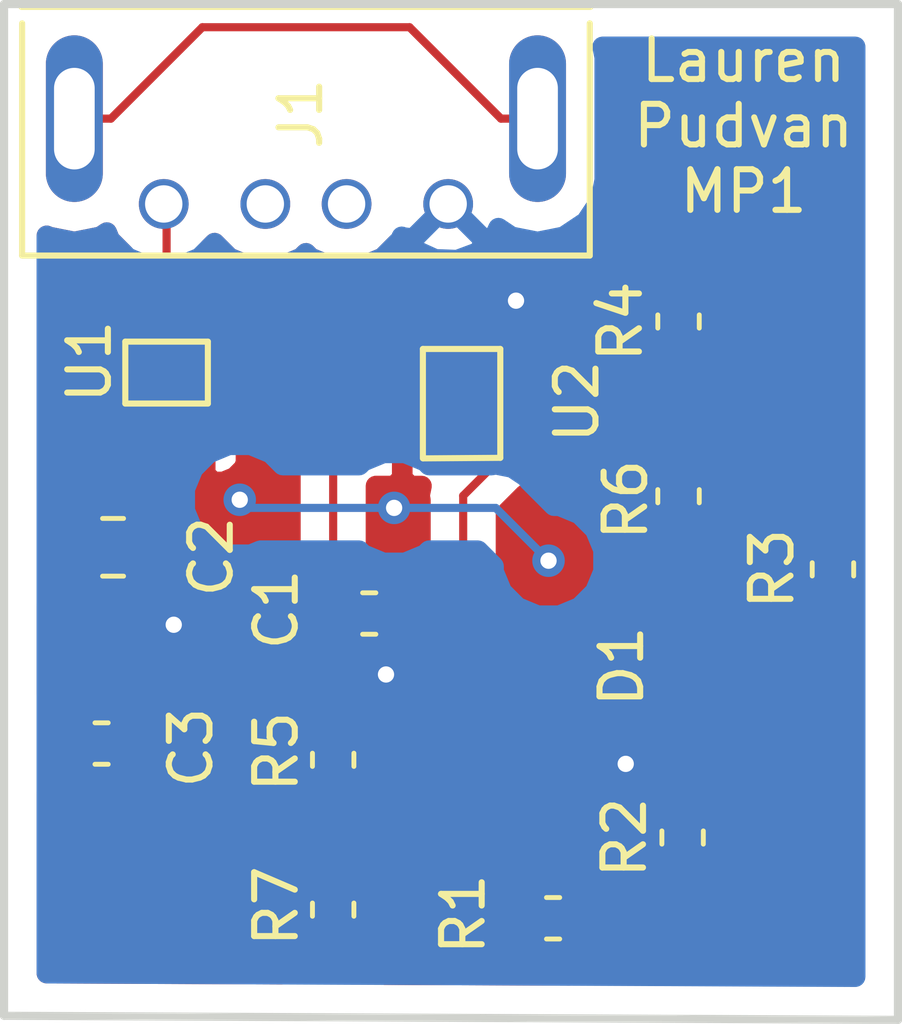
<source format=kicad_pcb>
(kicad_pcb (version 20171130) (host pcbnew "(5.0.2)-1")

  (general
    (thickness 1.6)
    (drawings 5)
    (tracks 78)
    (zones 0)
    (modules 14)
    (nets 13)
  )

  (page A4)
  (layers
    (0 F.Cu signal)
    (31 B.Cu signal)
    (32 B.Adhes user)
    (33 F.Adhes user)
    (34 B.Paste user)
    (35 F.Paste user)
    (36 B.SilkS user)
    (37 F.SilkS user)
    (38 B.Mask user)
    (39 F.Mask user)
    (40 Dwgs.User user)
    (41 Cmts.User user)
    (42 Eco1.User user)
    (43 Eco2.User user)
    (44 Edge.Cuts user)
    (45 Margin user)
    (46 B.CrtYd user)
    (47 F.CrtYd user)
    (48 B.Fab user)
    (49 F.Fab user)
  )

  (setup
    (last_trace_width 0.2)
    (trace_clearance 0.2)
    (zone_clearance 0.7)
    (zone_45_only no)
    (trace_min 0.2)
    (segment_width 0.2)
    (edge_width 0.15)
    (via_size 0.8)
    (via_drill 0.4)
    (via_min_size 0.4)
    (via_min_drill 0.3)
    (uvia_size 0.3)
    (uvia_drill 0.1)
    (uvias_allowed no)
    (uvia_min_size 0.2)
    (uvia_min_drill 0.1)
    (pcb_text_width 0.3)
    (pcb_text_size 1.5 1.5)
    (mod_edge_width 0.15)
    (mod_text_size 1 1)
    (mod_text_width 0.15)
    (pad_size 1.524 1.524)
    (pad_drill 0.762)
    (pad_to_mask_clearance 0.051)
    (solder_mask_min_width 0.25)
    (aux_axis_origin 0 0)
    (visible_elements FFFFFF7F)
    (pcbplotparams
      (layerselection 0x010fc_ffffffff)
      (usegerberextensions false)
      (usegerberattributes false)
      (usegerberadvancedattributes false)
      (creategerberjobfile false)
      (excludeedgelayer true)
      (linewidth 0.100000)
      (plotframeref false)
      (viasonmask false)
      (mode 1)
      (useauxorigin false)
      (hpglpennumber 1)
      (hpglpenspeed 20)
      (hpglpendiameter 15.000000)
      (psnegative false)
      (psa4output false)
      (plotreference true)
      (plotvalue true)
      (plotinvisibletext false)
      (padsonsilk false)
      (subtractmaskfromsilk false)
      (outputformat 1)
      (mirror false)
      (drillshape 1)
      (scaleselection 1)
      (outputdirectory ""))
  )

  (net 0 "")
  (net 1 "Net-(C1-Pad1)")
  (net 2 GND)
  (net 3 VDD)
  (net 4 "Net-(D1-Pad2)")
  (net 5 "Net-(J1-Pad1)")
  (net 6 "Net-(J1-Pad2)")
  (net 7 "Net-(J1-Pad3)")
  (net 8 "Net-(J1-Pad5)")
  (net 9 "Net-(R1-Pad2)")
  (net 10 "Net-(R3-Pad1)")
  (net 11 "Net-(R4-Pad1)")
  (net 12 "Net-(R5-Pad2)")

  (net_class Default "This is the default net class."
    (clearance 0.2)
    (trace_width 0.2)
    (via_dia 0.8)
    (via_drill 0.4)
    (uvia_dia 0.3)
    (uvia_drill 0.1)
    (add_net GND)
    (add_net "Net-(C1-Pad1)")
    (add_net "Net-(D1-Pad2)")
    (add_net "Net-(J1-Pad1)")
    (add_net "Net-(J1-Pad2)")
    (add_net "Net-(J1-Pad3)")
    (add_net "Net-(J1-Pad5)")
    (add_net "Net-(R1-Pad2)")
    (add_net "Net-(R3-Pad1)")
    (add_net "Net-(R4-Pad1)")
    (add_net "Net-(R5-Pad2)")
    (add_net VDD)
  )

  (module Capacitor_SMD:C_0603_1608Metric (layer F.Cu) (tedit 5B301BBE) (tstamp 5C6D6034)
    (at 139.1 99.0875 270)
    (descr "Capacitor SMD 0603 (1608 Metric), square (rectangular) end terminal, IPC_7351 nominal, (Body size source: http://www.tortai-tech.com/upload/download/2011102023233369053.pdf), generated with kicad-footprint-generator")
    (tags capacitor)
    (path /5C527B43)
    (attr smd)
    (fp_text reference R7 (at -0.0875 1.4 270) (layer F.SilkS)
      (effects (font (size 1 1) (thickness 0.15)))
    )
    (fp_text value 158K (at 0.2125 -1.5 270) (layer F.Fab)
      (effects (font (size 1 1) (thickness 0.15)))
    )
    (fp_text user %R (at -0.0125 -0.1 270) (layer F.Fab)
      (effects (font (size 0.4 0.4) (thickness 0.06)))
    )
    (fp_line (start 1.48 0.73) (end -1.48 0.73) (layer F.CrtYd) (width 0.05))
    (fp_line (start 1.48 -0.73) (end 1.48 0.73) (layer F.CrtYd) (width 0.05))
    (fp_line (start -1.48 -0.73) (end 1.48 -0.73) (layer F.CrtYd) (width 0.05))
    (fp_line (start -1.48 0.73) (end -1.48 -0.73) (layer F.CrtYd) (width 0.05))
    (fp_line (start -0.162779 0.51) (end 0.162779 0.51) (layer F.SilkS) (width 0.12))
    (fp_line (start -0.162779 -0.51) (end 0.162779 -0.51) (layer F.SilkS) (width 0.12))
    (fp_line (start 0.8 0.4) (end -0.8 0.4) (layer F.Fab) (width 0.1))
    (fp_line (start 0.8 -0.4) (end 0.8 0.4) (layer F.Fab) (width 0.1))
    (fp_line (start -0.8 -0.4) (end 0.8 -0.4) (layer F.Fab) (width 0.1))
    (fp_line (start -0.8 0.4) (end -0.8 -0.4) (layer F.Fab) (width 0.1))
    (pad 2 smd roundrect (at 0.7875 0 270) (size 0.875 0.95) (layers F.Cu F.Paste F.Mask) (roundrect_rratio 0.25)
      (net 11 "Net-(R4-Pad1)"))
    (pad 1 smd roundrect (at -0.7875 0 270) (size 0.875 0.95) (layers F.Cu F.Paste F.Mask) (roundrect_rratio 0.25)
      (net 12 "Net-(R5-Pad2)"))
    (model ${KISYS3DMOD}/Capacitor_SMD.3dshapes/C_0603_1608Metric.wrl
      (at (xyz 0 0 0))
      (scale (xyz 1 1 1))
      (rotate (xyz 0 0 0))
    )
  )

  (module Capacitor_SMD:C_0603_1608Metric (layer F.Cu) (tedit 5B301BBE) (tstamp 5C6D5B07)
    (at 139.9875 91.8)
    (descr "Capacitor SMD 0603 (1608 Metric), square (rectangular) end terminal, IPC_7351 nominal, (Body size source: http://www.tortai-tech.com/upload/download/2011102023233369053.pdf), generated with kicad-footprint-generator")
    (tags capacitor)
    (path /5C525A7A)
    (attr smd)
    (fp_text reference C1 (at -2.2875 -0.1 90) (layer F.SilkS)
      (effects (font (size 1 1) (thickness 0.15)))
    )
    (fp_text value 1u (at 0 1.43) (layer F.Fab)
      (effects (font (size 1 1) (thickness 0.15)))
    )
    (fp_line (start -0.8 0.4) (end -0.8 -0.4) (layer F.Fab) (width 0.1))
    (fp_line (start -0.8 -0.4) (end 0.8 -0.4) (layer F.Fab) (width 0.1))
    (fp_line (start 0.8 -0.4) (end 0.8 0.4) (layer F.Fab) (width 0.1))
    (fp_line (start 0.8 0.4) (end -0.8 0.4) (layer F.Fab) (width 0.1))
    (fp_line (start -0.162779 -0.51) (end 0.162779 -0.51) (layer F.SilkS) (width 0.12))
    (fp_line (start -0.162779 0.51) (end 0.162779 0.51) (layer F.SilkS) (width 0.12))
    (fp_line (start -1.48 0.73) (end -1.48 -0.73) (layer F.CrtYd) (width 0.05))
    (fp_line (start -1.48 -0.73) (end 1.48 -0.73) (layer F.CrtYd) (width 0.05))
    (fp_line (start 1.48 -0.73) (end 1.48 0.73) (layer F.CrtYd) (width 0.05))
    (fp_line (start 1.48 0.73) (end -1.48 0.73) (layer F.CrtYd) (width 0.05))
    (fp_text user %R (at -0.7875 1.27) (layer F.Fab)
      (effects (font (size 0.4 0.4) (thickness 0.06)))
    )
    (pad 1 smd roundrect (at -0.7875 0) (size 0.875 0.95) (layers F.Cu F.Paste F.Mask) (roundrect_rratio 0.25)
      (net 1 "Net-(C1-Pad1)"))
    (pad 2 smd roundrect (at 0.7875 0) (size 0.875 0.95) (layers F.Cu F.Paste F.Mask) (roundrect_rratio 0.25)
      (net 2 GND))
    (model ${KISYS3DMOD}/Capacitor_SMD.3dshapes/C_0603_1608Metric.wrl
      (at (xyz 0 0 0))
      (scale (xyz 1 1 1))
      (rotate (xyz 0 0 0))
    )
  )

  (module Capacitor_SMD:C_0805_2012Metric (layer F.Cu) (tedit 5B36C52B) (tstamp 5C6D5AD7)
    (at 133.6825 90.17)
    (descr "Capacitor SMD 0805 (2012 Metric), square (rectangular) end terminal, IPC_7351 nominal, (Body size source: https://docs.google.com/spreadsheets/d/1BsfQQcO9C6DZCsRaXUlFlo91Tg2WpOkGARC1WS5S8t0/edit?usp=sharing), generated with kicad-footprint-generator")
    (tags capacitor)
    (path /5C5A2599)
    (attr smd)
    (fp_text reference C2 (at 2.4175 0.23 90) (layer F.SilkS)
      (effects (font (size 1 1) (thickness 0.15)))
    )
    (fp_text value 10u (at 0 1.65) (layer F.Fab)
      (effects (font (size 1 1) (thickness 0.15)))
    )
    (fp_line (start -1 0.6) (end -1 -0.6) (layer F.Fab) (width 0.1))
    (fp_line (start -1 -0.6) (end 1 -0.6) (layer F.Fab) (width 0.1))
    (fp_line (start 1 -0.6) (end 1 0.6) (layer F.Fab) (width 0.1))
    (fp_line (start 1 0.6) (end -1 0.6) (layer F.Fab) (width 0.1))
    (fp_line (start -0.258578 -0.71) (end 0.258578 -0.71) (layer F.SilkS) (width 0.12))
    (fp_line (start -0.258578 0.71) (end 0.258578 0.71) (layer F.SilkS) (width 0.12))
    (fp_line (start -1.68 0.95) (end -1.68 -0.95) (layer F.CrtYd) (width 0.05))
    (fp_line (start -1.68 -0.95) (end 1.68 -0.95) (layer F.CrtYd) (width 0.05))
    (fp_line (start 1.68 -0.95) (end 1.68 0.95) (layer F.CrtYd) (width 0.05))
    (fp_line (start 1.68 0.95) (end -1.68 0.95) (layer F.CrtYd) (width 0.05))
    (fp_text user %R (at 0 0) (layer F.Fab)
      (effects (font (size 0.5 0.5) (thickness 0.08)))
    )
    (pad 1 smd roundrect (at -0.9375 0) (size 0.975 1.4) (layers F.Cu F.Paste F.Mask) (roundrect_rratio 0.25)
      (net 3 VDD))
    (pad 2 smd roundrect (at 0.9375 0) (size 0.975 1.4) (layers F.Cu F.Paste F.Mask) (roundrect_rratio 0.25)
      (net 2 GND))
    (model ${KISYS3DMOD}/Capacitor_SMD.3dshapes/C_0805_2012Metric.wrl
      (at (xyz 0 0 0))
      (scale (xyz 1 1 1))
      (rotate (xyz 0 0 0))
    )
  )

  (module Capacitor_SMD:C_0603_1608Metric (layer F.Cu) (tedit 5B301BBE) (tstamp 5C6D5A1A)
    (at 133.4 95)
    (descr "Capacitor SMD 0603 (1608 Metric), square (rectangular) end terminal, IPC_7351 nominal, (Body size source: http://www.tortai-tech.com/upload/download/2011102023233369053.pdf), generated with kicad-footprint-generator")
    (tags capacitor)
    (path /5C5A295B)
    (attr smd)
    (fp_text reference C3 (at 2.2 0.1 90) (layer F.SilkS)
      (effects (font (size 1 1) (thickness 0.15)))
    )
    (fp_text value .1u (at 0 1.43) (layer F.Fab)
      (effects (font (size 1 1) (thickness 0.15)))
    )
    (fp_line (start -0.8 0.4) (end -0.8 -0.4) (layer F.Fab) (width 0.1))
    (fp_line (start -0.8 -0.4) (end 0.8 -0.4) (layer F.Fab) (width 0.1))
    (fp_line (start 0.8 -0.4) (end 0.8 0.4) (layer F.Fab) (width 0.1))
    (fp_line (start 0.8 0.4) (end -0.8 0.4) (layer F.Fab) (width 0.1))
    (fp_line (start -0.162779 -0.51) (end 0.162779 -0.51) (layer F.SilkS) (width 0.12))
    (fp_line (start -0.162779 0.51) (end 0.162779 0.51) (layer F.SilkS) (width 0.12))
    (fp_line (start -1.48 0.73) (end -1.48 -0.73) (layer F.CrtYd) (width 0.05))
    (fp_line (start -1.48 -0.73) (end 1.48 -0.73) (layer F.CrtYd) (width 0.05))
    (fp_line (start 1.48 -0.73) (end 1.48 0.73) (layer F.CrtYd) (width 0.05))
    (fp_line (start 1.48 0.73) (end -1.48 0.73) (layer F.CrtYd) (width 0.05))
    (fp_text user %R (at 0 0) (layer F.Fab)
      (effects (font (size 0.4 0.4) (thickness 0.06)))
    )
    (pad 1 smd roundrect (at -0.7875 0) (size 0.875 0.95) (layers F.Cu F.Paste F.Mask) (roundrect_rratio 0.25)
      (net 3 VDD))
    (pad 2 smd roundrect (at 0.7875 0) (size 0.875 0.95) (layers F.Cu F.Paste F.Mask) (roundrect_rratio 0.25)
      (net 2 GND))
    (model ${KISYS3DMOD}/Capacitor_SMD.3dshapes/C_0603_1608Metric.wrl
      (at (xyz 0 0 0))
      (scale (xyz 1 1 1))
      (rotate (xyz 0 0 0))
    )
  )

  (module Blinky:LED (layer F.Cu) (tedit 5C5D0399) (tstamp 5C6D5A00)
    (at 147.7 94.2 270)
    (path /5C525AF3)
    (fp_text reference D1 (at -1.1 1.5 270) (layer F.SilkS)
      (effects (font (size 1 1) (thickness 0.15)))
    )
    (fp_text value LED (at -1.27 -1.27 270) (layer F.Fab)
      (effects (font (size 1 1) (thickness 0.15)))
    )
    (pad 1 smd rect (at 0 0 270) (size 1.2 1.2) (layers F.Cu F.Paste F.Mask)
      (net 2 GND))
    (pad 2 smd rect (at -2.1 0 270) (size 1.2 1.2) (layers F.Cu F.Paste F.Mask)
      (net 4 "Net-(D1-Pad2)"))
  )

  (module Blinky:USB (layer F.Cu) (tedit 5C5C70A0) (tstamp 5C6D5A49)
    (at 138.43 81.72 180)
    (path /5C5272CE)
    (fp_text reference J1 (at 0.13 2.22 270) (layer F.SilkS)
      (effects (font (size 1 1) (thickness 0.15)))
    )
    (fp_text value USB_A (at 0 3.81 180) (layer F.Fab)
      (effects (font (size 1 1) (thickness 0.15)))
    )
    (fp_line (start -7 4.85) (end 7 4.85) (layer F.SilkS) (width 0.15))
    (fp_line (start -6.985 4.445) (end -6.985 -1.27) (layer F.SilkS) (width 0.15))
    (fp_line (start -6.985 -1.27) (end 6.985 -1.27) (layer F.SilkS) (width 0.15))
    (fp_line (start 6.985 -1.27) (end 6.985 4.445) (layer F.SilkS) (width 0.15))
    (pad 1 thru_hole circle (at 3.5 0 180) (size 1.2248 1.2248) (drill 0.92) (layers *.Cu *.Mask)
      (net 5 "Net-(J1-Pad1)"))
    (pad 2 thru_hole circle (at 1 0 180) (size 1.2248 1.2248) (drill 0.92) (layers *.Cu *.Mask)
      (net 6 "Net-(J1-Pad2)"))
    (pad 3 thru_hole circle (at -1 0 180) (size 1.2248 1.2248) (drill 0.92) (layers *.Cu *.Mask)
      (net 7 "Net-(J1-Pad3)"))
    (pad 4 thru_hole circle (at -3.5 0 180) (size 1.2248 1.2248) (drill 0.92) (layers *.Cu *.Mask)
      (net 2 GND))
    (pad "" np_thru_hole circle (at 2.25 2.1 180) (size 1.1 1.1) (drill 1.1) (layers *.Cu *.Mask))
    (pad "" np_thru_hole circle (at -2.25 2.1 180) (size 1.1 1.1) (drill 1.1) (layers *.Cu *.Mask))
    (pad 5 thru_hole oval (at 5.7 2.1 180) (size 1.4 4.1) (drill oval 1 2.5) (layers *.Cu *.Mask)
      (net 8 "Net-(J1-Pad5)"))
    (pad 5 thru_hole oval (at -5.7 2.1 180) (size 1.4 4.1) (drill oval 1 2.5) (layers *.Cu *.Mask)
      (net 8 "Net-(J1-Pad5)"))
  )

  (module Capacitor_SMD:C_0603_1608Metric (layer F.Cu) (tedit 5B301BBE) (tstamp 5C6D59DB)
    (at 144.5125 99.3)
    (descr "Capacitor SMD 0603 (1608 Metric), square (rectangular) end terminal, IPC_7351 nominal, (Body size source: http://www.tortai-tech.com/upload/download/2011102023233369053.pdf), generated with kicad-footprint-generator")
    (tags capacitor)
    (path /5C52581B)
    (attr smd)
    (fp_text reference R1 (at -2.2125 -0.1 90) (layer F.SilkS)
      (effects (font (size 1 1) (thickness 0.15)))
    )
    (fp_text value 1K (at 0 1.43) (layer F.Fab)
      (effects (font (size 1 1) (thickness 0.15)))
    )
    (fp_line (start -0.8 0.4) (end -0.8 -0.4) (layer F.Fab) (width 0.1))
    (fp_line (start -0.8 -0.4) (end 0.8 -0.4) (layer F.Fab) (width 0.1))
    (fp_line (start 0.8 -0.4) (end 0.8 0.4) (layer F.Fab) (width 0.1))
    (fp_line (start 0.8 0.4) (end -0.8 0.4) (layer F.Fab) (width 0.1))
    (fp_line (start -0.162779 -0.51) (end 0.162779 -0.51) (layer F.SilkS) (width 0.12))
    (fp_line (start -0.162779 0.51) (end 0.162779 0.51) (layer F.SilkS) (width 0.12))
    (fp_line (start -1.48 0.73) (end -1.48 -0.73) (layer F.CrtYd) (width 0.05))
    (fp_line (start -1.48 -0.73) (end 1.48 -0.73) (layer F.CrtYd) (width 0.05))
    (fp_line (start 1.48 -0.73) (end 1.48 0.73) (layer F.CrtYd) (width 0.05))
    (fp_line (start 1.48 0.73) (end -1.48 0.73) (layer F.CrtYd) (width 0.05))
    (fp_text user %R (at 2.0575 0) (layer F.Fab)
      (effects (font (size 0.4 0.4) (thickness 0.06)))
    )
    (pad 1 smd roundrect (at -0.7875 0) (size 0.875 0.95) (layers F.Cu F.Paste F.Mask) (roundrect_rratio 0.25)
      (net 3 VDD))
    (pad 2 smd roundrect (at 0.7875 0) (size 0.875 0.95) (layers F.Cu F.Paste F.Mask) (roundrect_rratio 0.25)
      (net 9 "Net-(R1-Pad2)"))
    (model ${KISYS3DMOD}/Capacitor_SMD.3dshapes/C_0603_1608Metric.wrl
      (at (xyz 0 0 0))
      (scale (xyz 1 1 1))
      (rotate (xyz 0 0 0))
    )
  )

  (module Capacitor_SMD:C_0603_1608Metric (layer F.Cu) (tedit 5B301BBE) (tstamp 5C6D5AA7)
    (at 147.7 97.3125 90)
    (descr "Capacitor SMD 0603 (1608 Metric), square (rectangular) end terminal, IPC_7351 nominal, (Body size source: http://www.tortai-tech.com/upload/download/2011102023233369053.pdf), generated with kicad-footprint-generator")
    (tags capacitor)
    (path /5C525865)
    (attr smd)
    (fp_text reference R2 (at 0 -1.43 90) (layer F.SilkS)
      (effects (font (size 1 1) (thickness 0.15)))
    )
    (fp_text value 1K (at 0 1.43 90) (layer F.Fab)
      (effects (font (size 1 1) (thickness 0.15)))
    )
    (fp_text user %R (at 0 0 270) (layer F.Fab)
      (effects (font (size 0.4 0.4) (thickness 0.06)))
    )
    (fp_line (start 1.48 0.73) (end -1.48 0.73) (layer F.CrtYd) (width 0.05))
    (fp_line (start 1.48 -0.73) (end 1.48 0.73) (layer F.CrtYd) (width 0.05))
    (fp_line (start -1.48 -0.73) (end 1.48 -0.73) (layer F.CrtYd) (width 0.05))
    (fp_line (start -1.48 0.73) (end -1.48 -0.73) (layer F.CrtYd) (width 0.05))
    (fp_line (start -0.162779 0.51) (end 0.162779 0.51) (layer F.SilkS) (width 0.12))
    (fp_line (start -0.162779 -0.51) (end 0.162779 -0.51) (layer F.SilkS) (width 0.12))
    (fp_line (start 0.8 0.4) (end -0.8 0.4) (layer F.Fab) (width 0.1))
    (fp_line (start 0.8 -0.4) (end 0.8 0.4) (layer F.Fab) (width 0.1))
    (fp_line (start -0.8 -0.4) (end 0.8 -0.4) (layer F.Fab) (width 0.1))
    (fp_line (start -0.8 0.4) (end -0.8 -0.4) (layer F.Fab) (width 0.1))
    (pad 2 smd roundrect (at 0.7875 0 90) (size 0.875 0.95) (layers F.Cu F.Paste F.Mask) (roundrect_rratio 0.25)
      (net 2 GND))
    (pad 1 smd roundrect (at -0.7875 0 90) (size 0.875 0.95) (layers F.Cu F.Paste F.Mask) (roundrect_rratio 0.25)
      (net 9 "Net-(R1-Pad2)"))
    (model ${KISYS3DMOD}/Capacitor_SMD.3dshapes/C_0603_1608Metric.wrl
      (at (xyz 0 0 0))
      (scale (xyz 1 1 1))
      (rotate (xyz 0 0 0))
    )
  )

  (module Capacitor_SMD:C_0603_1608Metric (layer F.Cu) (tedit 5B301BBE) (tstamp 5C6D5A77)
    (at 151.4 90.7125 270)
    (descr "Capacitor SMD 0603 (1608 Metric), square (rectangular) end terminal, IPC_7351 nominal, (Body size source: http://www.tortai-tech.com/upload/download/2011102023233369053.pdf), generated with kicad-footprint-generator")
    (tags capacitor)
    (path /5C5258AB)
    (attr smd)
    (fp_text reference R3 (at -0.0125 1.5 270) (layer F.SilkS)
      (effects (font (size 1 1) (thickness 0.15)))
    )
    (fp_text value 1M (at 2.5875 -0.1 270) (layer F.Fab)
      (effects (font (size 1 1) (thickness 0.15)))
    )
    (fp_line (start -0.8 0.4) (end -0.8 -0.4) (layer F.Fab) (width 0.1))
    (fp_line (start -0.8 -0.4) (end 0.8 -0.4) (layer F.Fab) (width 0.1))
    (fp_line (start 0.8 -0.4) (end 0.8 0.4) (layer F.Fab) (width 0.1))
    (fp_line (start 0.8 0.4) (end -0.8 0.4) (layer F.Fab) (width 0.1))
    (fp_line (start -0.162779 -0.51) (end 0.162779 -0.51) (layer F.SilkS) (width 0.12))
    (fp_line (start -0.162779 0.51) (end 0.162779 0.51) (layer F.SilkS) (width 0.12))
    (fp_line (start -1.48 0.73) (end -1.48 -0.73) (layer F.CrtYd) (width 0.05))
    (fp_line (start -1.48 -0.73) (end 1.48 -0.73) (layer F.CrtYd) (width 0.05))
    (fp_line (start 1.48 -0.73) (end 1.48 0.73) (layer F.CrtYd) (width 0.05))
    (fp_line (start 1.48 0.73) (end -1.48 0.73) (layer F.CrtYd) (width 0.05))
    (fp_text user %R (at 0 0) (layer F.Fab)
      (effects (font (size 0.4 0.4) (thickness 0.06)))
    )
    (pad 1 smd roundrect (at -0.7875 0 270) (size 0.875 0.95) (layers F.Cu F.Paste F.Mask) (roundrect_rratio 0.25)
      (net 10 "Net-(R3-Pad1)"))
    (pad 2 smd roundrect (at 0.7875 0 270) (size 0.875 0.95) (layers F.Cu F.Paste F.Mask) (roundrect_rratio 0.25)
      (net 9 "Net-(R1-Pad2)"))
    (model ${KISYS3DMOD}/Capacitor_SMD.3dshapes/C_0603_1608Metric.wrl
      (at (xyz 0 0 0))
      (scale (xyz 1 1 1))
      (rotate (xyz 0 0 0))
    )
  )

  (module Capacitor_SMD:C_0603_1608Metric (layer F.Cu) (tedit 5B301BBE) (tstamp 5C6D59AB)
    (at 147.6 84.6125 90)
    (descr "Capacitor SMD 0603 (1608 Metric), square (rectangular) end terminal, IPC_7351 nominal, (Body size source: http://www.tortai-tech.com/upload/download/2011102023233369053.pdf), generated with kicad-footprint-generator")
    (tags capacitor)
    (path /5C5258FF)
    (attr smd)
    (fp_text reference R4 (at 0 -1.43 90) (layer F.SilkS)
      (effects (font (size 1 1) (thickness 0.15)))
    )
    (fp_text value 1M (at 0 1.43 90) (layer F.Fab)
      (effects (font (size 1 1) (thickness 0.15)))
    )
    (fp_text user %R (at 0 0 90) (layer F.Fab)
      (effects (font (size 0.4 0.4) (thickness 0.06)))
    )
    (fp_line (start 1.48 0.73) (end -1.48 0.73) (layer F.CrtYd) (width 0.05))
    (fp_line (start 1.48 -0.73) (end 1.48 0.73) (layer F.CrtYd) (width 0.05))
    (fp_line (start -1.48 -0.73) (end 1.48 -0.73) (layer F.CrtYd) (width 0.05))
    (fp_line (start -1.48 0.73) (end -1.48 -0.73) (layer F.CrtYd) (width 0.05))
    (fp_line (start -0.162779 0.51) (end 0.162779 0.51) (layer F.SilkS) (width 0.12))
    (fp_line (start -0.162779 -0.51) (end 0.162779 -0.51) (layer F.SilkS) (width 0.12))
    (fp_line (start 0.8 0.4) (end -0.8 0.4) (layer F.Fab) (width 0.1))
    (fp_line (start 0.8 -0.4) (end 0.8 0.4) (layer F.Fab) (width 0.1))
    (fp_line (start -0.8 -0.4) (end 0.8 -0.4) (layer F.Fab) (width 0.1))
    (fp_line (start -0.8 0.4) (end -0.8 -0.4) (layer F.Fab) (width 0.1))
    (pad 2 smd roundrect (at 0.7875 0 90) (size 0.875 0.95) (layers F.Cu F.Paste F.Mask) (roundrect_rratio 0.25)
      (net 10 "Net-(R3-Pad1)"))
    (pad 1 smd roundrect (at -0.7875 0 90) (size 0.875 0.95) (layers F.Cu F.Paste F.Mask) (roundrect_rratio 0.25)
      (net 11 "Net-(R4-Pad1)"))
    (model ${KISYS3DMOD}/Capacitor_SMD.3dshapes/C_0603_1608Metric.wrl
      (at (xyz 0 0 0))
      (scale (xyz 1 1 1))
      (rotate (xyz 0 0 0))
    )
  )

  (module Capacitor_SMD:C_0603_1608Metric (layer F.Cu) (tedit 5B301BBE) (tstamp 5C6D597B)
    (at 139.1 95.4 270)
    (descr "Capacitor SMD 0603 (1608 Metric), square (rectangular) end terminal, IPC_7351 nominal, (Body size source: http://www.tortai-tech.com/upload/download/2011102023233369053.pdf), generated with kicad-footprint-generator")
    (tags capacitor)
    (path /5C525A23)
    (attr smd)
    (fp_text reference R5 (at -0.2 1.4 270) (layer F.SilkS)
      (effects (font (size 1 1) (thickness 0.15)))
    )
    (fp_text value 301K (at 0.2 -1.5 270) (layer F.Fab)
      (effects (font (size 1 1) (thickness 0.15)))
    )
    (fp_text user %R (at -0.06 0.15) (layer F.Fab)
      (effects (font (size 0.4 0.4) (thickness 0.06)))
    )
    (fp_line (start 1.48 0.73) (end -1.48 0.73) (layer F.CrtYd) (width 0.05))
    (fp_line (start 1.48 -0.73) (end 1.48 0.73) (layer F.CrtYd) (width 0.05))
    (fp_line (start -1.48 -0.73) (end 1.48 -0.73) (layer F.CrtYd) (width 0.05))
    (fp_line (start -1.48 0.73) (end -1.48 -0.73) (layer F.CrtYd) (width 0.05))
    (fp_line (start -0.162779 0.51) (end 0.162779 0.51) (layer F.SilkS) (width 0.12))
    (fp_line (start -0.162779 -0.51) (end 0.162779 -0.51) (layer F.SilkS) (width 0.12))
    (fp_line (start 0.8 0.4) (end -0.8 0.4) (layer F.Fab) (width 0.1))
    (fp_line (start 0.8 -0.4) (end 0.8 0.4) (layer F.Fab) (width 0.1))
    (fp_line (start -0.8 -0.4) (end 0.8 -0.4) (layer F.Fab) (width 0.1))
    (fp_line (start -0.8 0.4) (end -0.8 -0.4) (layer F.Fab) (width 0.1))
    (pad 2 smd roundrect (at 0.7875 0 270) (size 0.875 0.95) (layers F.Cu F.Paste F.Mask) (roundrect_rratio 0.25)
      (net 12 "Net-(R5-Pad2)"))
    (pad 1 smd roundrect (at -0.7875 0 270) (size 0.875 0.95) (layers F.Cu F.Paste F.Mask) (roundrect_rratio 0.25)
      (net 1 "Net-(C1-Pad1)"))
    (model ${KISYS3DMOD}/Capacitor_SMD.3dshapes/C_0603_1608Metric.wrl
      (at (xyz 0 0 0))
      (scale (xyz 1 1 1))
      (rotate (xyz 0 0 0))
    )
  )

  (module Capacitor_SMD:C_0603_1608Metric (layer F.Cu) (tedit 5B301BBE) (tstamp 5C6D64EB)
    (at 147.6 88.9125 270)
    (descr "Capacitor SMD 0603 (1608 Metric), square (rectangular) end terminal, IPC_7351 nominal, (Body size source: http://www.tortai-tech.com/upload/download/2011102023233369053.pdf), generated with kicad-footprint-generator")
    (tags capacitor)
    (path /5C5259C7)
    (attr smd)
    (fp_text reference R6 (at 0.0875 1.3 270) (layer F.SilkS)
      (effects (font (size 1 1) (thickness 0.15)))
    )
    (fp_text value 1K (at -0.0125 -1.4 270) (layer F.Fab)
      (effects (font (size 1 1) (thickness 0.15)))
    )
    (fp_line (start -0.8 0.4) (end -0.8 -0.4) (layer F.Fab) (width 0.1))
    (fp_line (start -0.8 -0.4) (end 0.8 -0.4) (layer F.Fab) (width 0.1))
    (fp_line (start 0.8 -0.4) (end 0.8 0.4) (layer F.Fab) (width 0.1))
    (fp_line (start 0.8 0.4) (end -0.8 0.4) (layer F.Fab) (width 0.1))
    (fp_line (start -0.162779 -0.51) (end 0.162779 -0.51) (layer F.SilkS) (width 0.12))
    (fp_line (start -0.162779 0.51) (end 0.162779 0.51) (layer F.SilkS) (width 0.12))
    (fp_line (start -1.48 0.73) (end -1.48 -0.73) (layer F.CrtYd) (width 0.05))
    (fp_line (start -1.48 -0.73) (end 1.48 -0.73) (layer F.CrtYd) (width 0.05))
    (fp_line (start 1.48 -0.73) (end 1.48 0.73) (layer F.CrtYd) (width 0.05))
    (fp_line (start 1.48 0.73) (end -1.48 0.73) (layer F.CrtYd) (width 0.05))
    (fp_text user %R (at 0 0 270) (layer F.Fab)
      (effects (font (size 0.4 0.4) (thickness 0.06)))
    )
    (pad 1 smd roundrect (at -0.7875 0 270) (size 0.875 0.95) (layers F.Cu F.Paste F.Mask) (roundrect_rratio 0.25)
      (net 11 "Net-(R4-Pad1)"))
    (pad 2 smd roundrect (at 0.7875 0 270) (size 0.875 0.95) (layers F.Cu F.Paste F.Mask) (roundrect_rratio 0.25)
      (net 4 "Net-(D1-Pad2)"))
    (model ${KISYS3DMOD}/Capacitor_SMD.3dshapes/C_0603_1608Metric.wrl
      (at (xyz 0 0 0))
      (scale (xyz 1 1 1))
      (rotate (xyz 0 0 0))
    )
  )

  (module Blinky:RegLin (layer F.Cu) (tedit 5C5B726D) (tstamp 5C6D58F7)
    (at 135 84.6)
    (path /5C5264D1)
    (fp_text reference U1 (at -1.9 1 90) (layer F.SilkS)
      (effects (font (size 1 1) (thickness 0.15)))
    )
    (fp_text value LinReg (at 0 -2.54) (layer F.Fab)
      (effects (font (size 1 1) (thickness 0.15)))
    )
    (fp_line (start -1.016 0.508) (end 1.016 0.508) (layer F.SilkS) (width 0.15))
    (fp_line (start 1.016 0.508) (end 1.016 2.032) (layer F.SilkS) (width 0.15))
    (fp_line (start 1.016 2.032) (end -1.016 2.032) (layer F.SilkS) (width 0.15))
    (fp_line (start -1.016 2.032) (end -1.016 0.508) (layer F.SilkS) (width 0.15))
    (pad 3 smd rect (at 0 0) (size 0.6 1) (layers F.Cu F.Paste F.Mask)
      (net 5 "Net-(J1-Pad1)"))
    (pad 1 smd rect (at -0.95 2.7) (size 0.6 1) (layers F.Cu F.Paste F.Mask)
      (net 2 GND))
    (pad 2 smd rect (at 0.95 2.7) (size 0.6 1) (layers F.Cu F.Paste F.Mask)
      (net 3 VDD))
  )

  (module Blinky:SOT23 (layer F.Cu) (tedit 5C5B7213) (tstamp 5C6D58D5)
    (at 140.8 87.6 90)
    (path /5C525F3F)
    (fp_text reference U2 (at 1.016 4.3 90) (layer F.SilkS)
      (effects (font (size 1 1) (thickness 0.15)))
    )
    (fp_text value Op-Amp (at 1.016 -1.524 90) (layer F.Fab)
      (effects (font (size 1 1) (thickness 0.15)))
    )
    (fp_line (start -0.381 0.508) (end 2.3114 0.508) (layer F.SilkS) (width 0.15))
    (fp_line (start 2.3114 0.508) (end 2.3114 2.413) (layer F.SilkS) (width 0.15))
    (fp_line (start 2.3114 2.413) (end -0.3683 2.413) (layer F.SilkS) (width 0.15))
    (fp_line (start -0.3683 2.413) (end -0.381 0.5207) (layer F.SilkS) (width 0.15))
    (pad 5 smd rect (at 0 0 90) (size 0.6 1.1) (layers F.Cu F.Paste F.Mask)
      (net 3 VDD))
    (pad 1 smd rect (at 0 2.8 90) (size 0.6 1) (layers F.Cu F.Paste F.Mask)
      (net 11 "Net-(R4-Pad1)"))
    (pad 2 smd rect (at 0.95 2.8 90) (size 0.6 1) (layers F.Cu F.Paste F.Mask)
      (net 2 GND))
    (pad 3 smd rect (at 1.9 2.8 90) (size 0.6 1) (layers F.Cu F.Paste F.Mask)
      (net 10 "Net-(R3-Pad1)"))
    (pad 4 smd rect (at 1.9 0 90) (size 0.6 1) (layers F.Cu F.Paste F.Mask)
      (net 1 "Net-(C1-Pad1)"))
  )

  (gr_text "Lauren\nPudvan\nMP1" (at 149.2 79.8) (layer F.SilkS)
    (effects (font (size 1 1) (thickness 0.15)))
  )
  (gr_line (start 131 101.7) (end 131 76.8) (layer Edge.Cuts) (width 0.2))
  (gr_line (start 153 101.8) (end 131 101.7) (layer Edge.Cuts) (width 0.2))
  (gr_line (start 153 76.8) (end 153 101.8) (layer Edge.Cuts) (width 0.2) (tstamp 5C6D7742))
  (gr_line (start 131 76.8) (end 153 76.8) (layer Edge.Cuts) (width 0.2))

  (via (at 146.3 95.5) (size 0.8) (drill 0.4) (layers F.Cu B.Cu) (net 2))
  (segment (start 140.6 85.7) (end 140.8 85.7) (width 0.2) (layer F.Cu) (net 1))
  (segment (start 139.1 87.2) (end 140.6 85.7) (width 0.2) (layer F.Cu) (net 1))
  (segment (start 134.05 89.6) (end 134.62 90.17) (width 0.2) (layer F.Cu) (net 2))
  (segment (start 134.05 87.3) (end 134.05 89.6) (width 0.2) (layer F.Cu) (net 2))
  (segment (start 135.176237 90.726237) (end 135.176237 92.076237) (width 0.2) (layer F.Cu) (net 2))
  (segment (start 134.62 90.17) (end 135.176237 90.726237) (width 0.2) (layer F.Cu) (net 2))
  (segment (start 135.176237 92.076237) (end 135.176237 92.076237) (width 0.2) (layer F.Cu) (net 2) (tstamp 5C6D6623))
  (via (at 135.176237 92.076237) (size 0.8) (drill 0.4) (layers F.Cu B.Cu) (net 2))
  (segment (start 134.1875 93.064974) (end 134.1875 95) (width 0.2) (layer F.Cu) (net 2))
  (segment (start 135.176237 92.076237) (end 134.1875 93.064974) (width 0.2) (layer F.Cu) (net 2))
  (via (at 143.6 84.1) (size 0.8) (drill 0.4) (layers F.Cu B.Cu) (net 2))
  (segment (start 143.6 83.39) (end 141.93 81.72) (width 0.2) (layer F.Cu) (net 2))
  (segment (start 143.6 84.1) (end 143.6 83.39) (width 0.2) (layer F.Cu) (net 2))
  (segment (start 142.9 86.65) (end 142.2 85.95) (width 0.2) (layer F.Cu) (net 2))
  (segment (start 143.6 86.65) (end 142.9 86.65) (width 0.2) (layer F.Cu) (net 2))
  (segment (start 142.2 85.95) (end 142.2 85.5) (width 0.2) (layer F.Cu) (net 2))
  (segment (start 142.2 85.5) (end 143.6 84.1) (width 0.2) (layer F.Cu) (net 2))
  (segment (start 147.325 96.525) (end 146.3 95.5) (width 0.2) (layer F.Cu) (net 2))
  (segment (start 147.7 96.525) (end 147.325 96.525) (width 0.2) (layer F.Cu) (net 2))
  (segment (start 147.7 94.2) (end 146.9 94.2) (width 0.2) (layer F.Cu) (net 2))
  (segment (start 146.3 94.8) (end 146.3 95.5) (width 0.2) (layer F.Cu) (net 2))
  (segment (start 146.9 94.2) (end 146.3 94.8) (width 0.2) (layer F.Cu) (net 2))
  (segment (start 147.6 92) (end 147.7 92.1) (width 0.2) (layer F.Cu) (net 4))
  (segment (start 147.6 89.7) (end 147.6 92) (width 0.2) (layer F.Cu) (net 4))
  (segment (start 135 81.79) (end 134.93 81.72) (width 0.2) (layer F.Cu) (net 5))
  (segment (start 135 84.6) (end 135 81.79) (width 0.2) (layer F.Cu) (net 5))
  (segment (start 147.7 98.1) (end 147.7 99.3) (width 0.2) (layer F.Cu) (net 9))
  (segment (start 147.7 99.3) (end 145.3 99.3) (width 0.2) (layer F.Cu) (net 9))
  (segment (start 145.675 83.825) (end 147.6 83.825) (width 0.2) (layer F.Cu) (net 10))
  (segment (start 143.6 85.7) (end 143.8 85.7) (width 0.2) (layer F.Cu) (net 10))
  (segment (start 143.8 85.7) (end 145.675 83.825) (width 0.2) (layer F.Cu) (net 10))
  (segment (start 147.075 87.6) (end 147.6 88.125) (width 0.2) (layer F.Cu) (net 11))
  (segment (start 143.6 87.6) (end 147.075 87.6) (width 0.2) (layer F.Cu) (net 11))
  (segment (start 147.6 85.4) (end 147.6 88.125) (width 0.2) (layer F.Cu) (net 11))
  (segment (start 139.1 94.8) (end 139.1 95.3375) (width 0.2) (layer F.Cu) (net 1))
  (segment (start 139.2 94.5125) (end 139.1 94.6125) (width 0.2) (layer F.Cu) (net 1))
  (segment (start 139.2 91.8) (end 139.2 94.5125) (width 0.2) (layer F.Cu) (net 1))
  (segment (start 139.1 91.125) (end 139.1 87.2) (width 0.2) (layer F.Cu) (net 1))
  (segment (start 139.2 91.225) (end 139.1 91.125) (width 0.2) (layer F.Cu) (net 1))
  (segment (start 139.2 91.8) (end 139.2 91.225) (width 0.2) (layer F.Cu) (net 1))
  (segment (start 140.775 91.8) (end 140.775 92.925) (width 0.2) (layer F.Cu) (net 2))
  (via (at 140.4 93.3) (size 0.8) (drill 0.4) (layers F.Cu B.Cu) (net 2))
  (segment (start 140.775 92.925) (end 140.4 93.3) (width 0.2) (layer F.Cu) (net 2))
  (via (at 140.6 89.2) (size 0.8) (drill 0.4) (layers F.Cu B.Cu) (net 3))
  (segment (start 140.8 87.6) (end 140.8 89) (width 0.2) (layer F.Cu) (net 3))
  (segment (start 140.8 89) (end 140.6 89.2) (width 0.2) (layer F.Cu) (net 3))
  (via (at 136.8 89) (size 0.8) (drill 0.4) (layers F.Cu B.Cu) (net 3))
  (segment (start 140.6 89.2) (end 137 89.2) (width 0.2) (layer B.Cu) (net 3))
  (segment (start 137 89.2) (end 136.8 89) (width 0.2) (layer B.Cu) (net 3))
  (segment (start 136.45 87.3) (end 135.95 87.3) (width 0.2) (layer F.Cu) (net 3))
  (segment (start 136.8 87.65) (end 136.45 87.3) (width 0.2) (layer F.Cu) (net 3))
  (segment (start 136.8 89) (end 136.8 87.65) (width 0.2) (layer F.Cu) (net 3))
  (via (at 144.4 90.5) (size 0.8) (drill 0.4) (layers F.Cu B.Cu) (net 3))
  (segment (start 140.6 89.2) (end 143.1 89.2) (width 0.2) (layer B.Cu) (net 3))
  (segment (start 143.1 89.2) (end 144.4 90.5) (width 0.2) (layer B.Cu) (net 3))
  (segment (start 143.23 79.62) (end 144.13 79.62) (width 0.2) (layer F.Cu) (net 8))
  (segment (start 140.98 77.37) (end 143.23 79.62) (width 0.2) (layer F.Cu) (net 8))
  (segment (start 135.88 77.37) (end 140.98 77.37) (width 0.2) (layer F.Cu) (net 8))
  (segment (start 133.63 79.62) (end 135.88 77.37) (width 0.2) (layer F.Cu) (net 8))
  (segment (start 132.73 79.62) (end 133.63 79.62) (width 0.2) (layer F.Cu) (net 8))
  (segment (start 151.4 92.0375) (end 151.4 91.5) (width 0.2) (layer F.Cu) (net 9))
  (segment (start 151.4 94.975) (end 151.4 92.0375) (width 0.2) (layer F.Cu) (net 9))
  (segment (start 148.275 98.1) (end 151.4 94.975) (width 0.2) (layer F.Cu) (net 9))
  (segment (start 147.7 98.1) (end 148.275 98.1) (width 0.2) (layer F.Cu) (net 9))
  (segment (start 148.275 84.5) (end 147.6 83.825) (width 0.2) (layer F.Cu) (net 10))
  (segment (start 151.4 89.925) (end 151.4 84.5) (width 0.2) (layer F.Cu) (net 10))
  (segment (start 151.4 84.5) (end 148.275 84.5) (width 0.2) (layer F.Cu) (net 10))
  (segment (start 139.675 99.875) (end 140.9 98.65) (width 0.2) (layer F.Cu) (net 11))
  (segment (start 139.1 99.875) (end 139.675 99.875) (width 0.2) (layer F.Cu) (net 11))
  (segment (start 140.9 98.65) (end 140.9 94) (width 0.2) (layer F.Cu) (net 11))
  (segment (start 140.9 94) (end 142.3 92.6) (width 0.2) (layer F.Cu) (net 11))
  (segment (start 142.3 88.9) (end 143.6 87.6) (width 0.2) (layer F.Cu) (net 11))
  (segment (start 142.3 92.1) (end 142.3 91.8) (width 0.2) (layer F.Cu) (net 11))
  (segment (start 142.3 92.1) (end 142.3 88.9) (width 0.2) (layer F.Cu) (net 11))
  (segment (start 142.3 92.6) (end 142.3 92.1) (width 0.2) (layer F.Cu) (net 11))
  (segment (start 139.1 96.725) (end 139.1 98.3) (width 0.2) (layer F.Cu) (net 12))
  (segment (start 139.1 96.1875) (end 139.1 96.725) (width 0.2) (layer F.Cu) (net 12))

  (zone (net 3) (net_name VDD) (layer F.Cu) (tstamp 0) (hatch edge 0.508)
    (connect_pads (clearance 0.7))
    (min_thickness 0.5)
    (fill yes (arc_segments 16) (thermal_gap 0.508) (thermal_bridge_width 0.508))
    (polygon
      (pts
        (xy 131 76.8) (xy 153 76.8) (xy 153 101.8) (xy 131 101.7)
      )
    )
    (filled_polygon
      (pts
        (xy 146.246771 88.798133) (xy 146.323189 88.9125) (xy 146.246771 89.026867) (xy 146.156389 89.48125) (xy 146.156389 89.91875)
        (xy 146.246771 90.373133) (xy 146.502881 90.756428) (xy 146.415089 90.815089) (xy 146.20512 91.129329) (xy 146.131389 91.5)
        (xy 146.131389 92.7) (xy 146.20512 93.070671) (xy 146.258126 93.15) (xy 146.20512 93.229329) (xy 146.165628 93.427869)
        (xy 146.142993 93.442993) (xy 146.084415 93.530661) (xy 145.630661 93.984415) (xy 145.542993 94.042993) (xy 145.484415 94.130661)
        (xy 145.484414 94.130662) (xy 145.436206 94.202811) (xy 145.310922 94.390312) (xy 145.26385 94.626961) (xy 145.155525 94.735286)
        (xy 144.95 95.231468) (xy 144.95 95.768532) (xy 145.155525 96.264714) (xy 145.535286 96.644475) (xy 146.031468 96.85)
        (xy 146.165075 96.85) (xy 146.305444 96.990369) (xy 146.346771 97.198133) (xy 146.423189 97.3125) (xy 146.346771 97.426867)
        (xy 146.256389 97.88125) (xy 146.256389 98.136037) (xy 145.973133 97.946771) (xy 145.51875 97.856389) (xy 145.08125 97.856389)
        (xy 144.626867 97.946771) (xy 144.395784 98.101176) (xy 144.313276 98.067) (xy 143.9185 98.067) (xy 143.729 98.2565)
        (xy 143.729 99.296) (xy 143.749 99.296) (xy 143.749 99.304) (xy 143.729 99.304) (xy 143.729 100.3435)
        (xy 143.9185 100.533) (xy 144.313276 100.533) (xy 144.395784 100.498824) (xy 144.626867 100.653229) (xy 144.914736 100.710489)
        (xy 140.357984 100.690678) (xy 140.369101 100.67404) (xy 140.432007 100.632007) (xy 140.490585 100.544339) (xy 141.541424 99.4935)
        (xy 142.5295 99.4935) (xy 142.5295 99.925775) (xy 142.644898 100.204372) (xy 142.858127 100.417601) (xy 143.136724 100.533)
        (xy 143.5315 100.533) (xy 143.721 100.3435) (xy 143.721 99.304) (xy 142.719 99.304) (xy 142.5295 99.4935)
        (xy 141.541424 99.4935) (xy 141.569339 99.465585) (xy 141.657007 99.407007) (xy 141.725835 99.304) (xy 141.869441 99.089078)
        (xy 141.889078 99.059689) (xy 141.95 98.753413) (xy 141.95 98.753408) (xy 141.96575 98.674225) (xy 142.5295 98.674225)
        (xy 142.5295 99.1065) (xy 142.719 99.296) (xy 143.721 99.296) (xy 143.721 98.2565) (xy 143.5315 98.067)
        (xy 143.136724 98.067) (xy 142.858127 98.182399) (xy 142.644898 98.395628) (xy 142.5295 98.674225) (xy 141.96575 98.674225)
        (xy 141.970569 98.65) (xy 141.95 98.546592) (xy 141.95 94.434924) (xy 142.969342 93.415583) (xy 143.057007 93.357007)
        (xy 143.115583 93.269342) (xy 143.115586 93.269339) (xy 143.248331 93.070671) (xy 143.289078 93.009689) (xy 143.35 92.703413)
        (xy 143.35 92.703408) (xy 143.370569 92.6) (xy 143.35 92.496592) (xy 143.35 89.334924) (xy 143.816313 88.868611)
        (xy 144.1 88.868611) (xy 144.470671 88.79488) (xy 144.687499 88.65) (xy 146.217306 88.65)
      )
    )
    (filled_polygon
      (pts
        (xy 133.605461 82.605028) (xy 133.950001 82.949568) (xy 133.95 83.512501) (xy 133.80512 83.729329) (xy 133.731389 84.1)
        (xy 133.731389 85.1) (xy 133.80512 85.470671) (xy 134.015089 85.784911) (xy 134.084648 85.831389) (xy 133.75 85.831389)
        (xy 133.379329 85.90512) (xy 133.065089 86.115089) (xy 132.85512 86.429329) (xy 132.781389 86.8) (xy 132.781389 87.8)
        (xy 132.85512 88.170671) (xy 133 88.387499) (xy 133.000001 88.712) (xy 132.9385 88.712) (xy 132.749 88.9015)
        (xy 132.749 90.166) (xy 132.769 90.166) (xy 132.769 90.174) (xy 132.749 90.174) (xy 132.749 91.4385)
        (xy 132.9385 91.628) (xy 133.383276 91.628) (xy 133.600532 91.538009) (xy 133.864806 91.714591) (xy 133.826237 91.807705)
        (xy 133.826237 91.941313) (xy 133.518161 92.249389) (xy 133.430493 92.307967) (xy 133.371915 92.395635) (xy 133.371914 92.395636)
        (xy 133.311583 92.485928) (xy 133.198422 92.655286) (xy 133.1375 92.961562) (xy 133.1375 92.961566) (xy 133.116931 93.064974)
        (xy 133.1375 93.168382) (xy 133.1375 93.767) (xy 132.806 93.767) (xy 132.6165 93.9565) (xy 132.6165 94.996)
        (xy 132.6365 94.996) (xy 132.6365 95.004) (xy 132.6165 95.004) (xy 132.6165 96.0435) (xy 132.806 96.233)
        (xy 133.200776 96.233) (xy 133.283284 96.198824) (xy 133.514367 96.353229) (xy 133.96875 96.443611) (xy 134.40625 96.443611)
        (xy 134.860633 96.353229) (xy 135.245841 96.095841) (xy 135.503229 95.710633) (xy 135.593611 95.25625) (xy 135.593611 94.74375)
        (xy 135.503229 94.289367) (xy 135.245841 93.904159) (xy 135.2375 93.898586) (xy 135.2375 93.499898) (xy 135.311161 93.426237)
        (xy 135.444769 93.426237) (xy 135.940951 93.220712) (xy 136.320712 92.840951) (xy 136.526237 92.344769) (xy 136.526237 91.807705)
        (xy 136.320712 91.311523) (xy 136.226237 91.217048) (xy 136.226237 90.829645) (xy 136.246806 90.726237) (xy 136.226237 90.622829)
        (xy 136.226237 90.622824) (xy 136.165315 90.316548) (xy 136.076111 90.183045) (xy 136.076111 89.71375) (xy 135.983826 89.2498)
        (xy 135.721019 88.856481) (xy 135.3277 88.593674) (xy 135.1 88.548382) (xy 135.1 88.387499) (xy 135.126246 88.34822)
        (xy 135.220627 88.442601) (xy 135.499224 88.558) (xy 135.7565 88.558) (xy 135.946 88.3685) (xy 135.946 87.304)
        (xy 135.954 87.304) (xy 135.954 88.3685) (xy 136.1435 88.558) (xy 136.400776 88.558) (xy 136.679373 88.442601)
        (xy 136.892602 88.229372) (xy 137.008 87.950775) (xy 137.008 87.4935) (xy 136.8185 87.304) (xy 135.954 87.304)
        (xy 135.946 87.304) (xy 135.926 87.304) (xy 135.926 87.296) (xy 135.946 87.296) (xy 135.946 86.2315)
        (xy 135.954 86.2315) (xy 135.954 87.296) (xy 136.8185 87.296) (xy 137.008 87.1065) (xy 137.008 86.649225)
        (xy 136.892602 86.370628) (xy 136.679373 86.157399) (xy 136.400776 86.042) (xy 136.1435 86.042) (xy 135.954 86.2315)
        (xy 135.946 86.2315) (xy 135.7565 86.042) (xy 135.499224 86.042) (xy 135.220627 86.157399) (xy 135.126246 86.25178)
        (xy 135.034911 86.115089) (xy 134.965352 86.068611) (xy 135.3 86.068611) (xy 135.670671 85.99488) (xy 135.984911 85.784911)
        (xy 136.19488 85.470671) (xy 136.268611 85.1) (xy 136.268611 84.1) (xy 136.19488 83.729329) (xy 136.05 83.512501)
        (xy 136.05 82.809567) (xy 136.18 82.679567) (xy 136.544972 83.044539) (xy 137.119219 83.2824) (xy 137.740781 83.2824)
        (xy 138.315028 83.044539) (xy 138.43 82.929567) (xy 138.544972 83.044539) (xy 139.119219 83.2824) (xy 139.740781 83.2824)
        (xy 140.315028 83.044539) (xy 140.68 82.679567) (xy 141.044972 83.044539) (xy 141.619219 83.2824) (xy 142.007476 83.2824)
        (xy 142.339785 83.614709) (xy 142.25 83.831468) (xy 142.25 83.965075) (xy 141.69422 84.520855) (xy 141.670671 84.50512)
        (xy 141.3 84.431389) (xy 140.3 84.431389) (xy 139.929329 84.50512) (xy 139.615089 84.715089) (xy 139.40512 85.029329)
        (xy 139.331389 85.4) (xy 139.331389 85.483687) (xy 138.430659 86.384417) (xy 138.342994 86.442993) (xy 138.284418 86.530658)
        (xy 138.284414 86.530662) (xy 138.150219 86.7315) (xy 138.110923 86.790311) (xy 138.057341 87.059689) (xy 138.029431 87.2)
        (xy 138.050001 87.303412) (xy 138.05 90.841336) (xy 137.884271 91.089367) (xy 137.793889 91.54375) (xy 137.793889 92.05625)
        (xy 137.884271 92.510633) (xy 138.141659 92.895841) (xy 138.15 92.901415) (xy 138.150001 93.456711) (xy 138.004159 93.554159)
        (xy 137.746771 93.939367) (xy 137.656389 94.39375) (xy 137.656389 94.83125) (xy 137.746771 95.285633) (xy 137.823189 95.4)
        (xy 137.746771 95.514367) (xy 137.656389 95.96875) (xy 137.656389 96.40625) (xy 137.746771 96.860633) (xy 138.002762 97.24375)
        (xy 137.746771 97.626867) (xy 137.656389 98.08125) (xy 137.656389 98.51875) (xy 137.746771 98.973133) (xy 137.823189 99.0875)
        (xy 137.746771 99.201867) (xy 137.656389 99.65625) (xy 137.656389 100.09375) (xy 137.746771 100.548133) (xy 137.834686 100.679707)
        (xy 132.05 100.654556) (xy 132.05 96.233) (xy 132.419 96.233) (xy 132.6085 96.0435) (xy 132.6085 95.004)
        (xy 132.5885 95.004) (xy 132.5885 94.996) (xy 132.6085 94.996) (xy 132.6085 93.9565) (xy 132.419 93.767)
        (xy 132.05 93.767) (xy 132.05 91.604504) (xy 132.106724 91.628) (xy 132.5515 91.628) (xy 132.741 91.4385)
        (xy 132.741 90.174) (xy 132.721 90.174) (xy 132.721 90.166) (xy 132.741 90.166) (xy 132.741 88.9015)
        (xy 132.5515 88.712) (xy 132.106724 88.712) (xy 132.05 88.735496) (xy 132.05 82.500077) (xy 132.086202 82.524266)
        (xy 132.73 82.652325) (xy 133.373797 82.524266) (xy 133.529041 82.420535)
      )
    )
    (filled_polygon
      (pts
        (xy 142.131389 87.38964) (xy 142.131389 87.583687) (xy 142.014788 87.700288) (xy 141.9185 87.604) (xy 140.804 87.604)
        (xy 140.804 88.4685) (xy 140.9935 88.658) (xy 141.277568 88.658) (xy 141.229431 88.9) (xy 141.250001 89.003412)
        (xy 141.250001 90.40736) (xy 140.99375 90.356389) (xy 140.55625 90.356389) (xy 140.15 90.437197) (xy 140.15 88.658)
        (xy 140.6065 88.658) (xy 140.796 88.4685) (xy 140.796 87.604) (xy 140.776 87.604) (xy 140.776 87.596)
        (xy 140.796 87.596) (xy 140.796 87.576) (xy 140.804 87.576) (xy 140.804 87.596) (xy 141.9185 87.596)
        (xy 142.108 87.4065) (xy 142.108 87.354636)
      )
    )
  )
  (zone (net 2) (net_name GND) (layer B.Cu) (tstamp 5C6D6C64) (hatch edge 0.508)
    (connect_pads (clearance 0.7))
    (min_thickness 0.5)
    (fill yes (arc_segments 16) (thermal_gap 0.508) (thermal_bridge_width 0.508))
    (polygon
      (pts
        (xy 131 76.8) (xy 153 76.8) (xy 153 101.8) (xy 131 101.7)
      )
    )
    (filled_polygon
      (pts
        (xy 151.950001 100.741078) (xy 132.05 100.654556) (xy 132.05 88.731468) (xy 135.45 88.731468) (xy 135.45 89.268532)
        (xy 135.655525 89.764714) (xy 136.035286 90.144475) (xy 136.531468 90.35) (xy 137.068532 90.35) (xy 137.309954 90.25)
        (xy 139.740811 90.25) (xy 139.835286 90.344475) (xy 140.331468 90.55) (xy 140.868532 90.55) (xy 141.364714 90.344475)
        (xy 141.459189 90.25) (xy 142.665076 90.25) (xy 143.05 90.634924) (xy 143.05 90.768532) (xy 143.255525 91.264714)
        (xy 143.635286 91.644475) (xy 144.131468 91.85) (xy 144.668532 91.85) (xy 145.164714 91.644475) (xy 145.544475 91.264714)
        (xy 145.75 90.768532) (xy 145.75 90.231468) (xy 145.544475 89.735286) (xy 145.164714 89.355525) (xy 144.668532 89.15)
        (xy 144.534924 89.15) (xy 143.915585 88.530661) (xy 143.857007 88.442993) (xy 143.509689 88.210922) (xy 143.203413 88.15)
        (xy 143.203408 88.15) (xy 143.1 88.129431) (xy 142.996592 88.15) (xy 141.459189 88.15) (xy 141.364714 88.055525)
        (xy 140.868532 87.85) (xy 140.331468 87.85) (xy 139.835286 88.055525) (xy 139.740811 88.15) (xy 137.859189 88.15)
        (xy 137.564714 87.855525) (xy 137.068532 87.65) (xy 136.531468 87.65) (xy 136.035286 87.855525) (xy 135.655525 88.235286)
        (xy 135.45 88.731468) (xy 132.05 88.731468) (xy 132.05 82.500077) (xy 132.086202 82.524266) (xy 132.73 82.652325)
        (xy 133.373797 82.524266) (xy 133.529041 82.420535) (xy 133.605461 82.605028) (xy 134.044972 83.044539) (xy 134.619219 83.2824)
        (xy 135.240781 83.2824) (xy 135.815028 83.044539) (xy 136.18 82.679567) (xy 136.544972 83.044539) (xy 137.119219 83.2824)
        (xy 137.740781 83.2824) (xy 138.315028 83.044539) (xy 138.43 82.929567) (xy 138.544972 83.044539) (xy 139.119219 83.2824)
        (xy 139.740781 83.2824) (xy 140.315028 83.044539) (xy 140.754539 82.605028) (xy 140.766218 82.57683) (xy 141.078827 82.57683)
        (xy 141.111958 82.852744) (xy 141.60771 83.07957) (xy 142.152528 83.099414) (xy 142.663468 82.909255) (xy 142.748042 82.852744)
        (xy 142.781173 82.57683) (xy 141.93 81.725657) (xy 141.078827 82.57683) (xy 140.766218 82.57683) (xy 140.788014 82.524211)
        (xy 140.797256 82.538042) (xy 141.07317 82.571173) (xy 141.924343 81.72) (xy 141.910201 81.705858) (xy 141.915858 81.700201)
        (xy 141.93 81.714343) (xy 141.944142 81.700201) (xy 141.949799 81.705858) (xy 141.935657 81.72) (xy 142.78683 82.571173)
        (xy 143.062744 82.538042) (xy 143.166719 82.310794) (xy 143.486202 82.524266) (xy 144.13 82.652325) (xy 144.773797 82.524266)
        (xy 145.319583 82.159583) (xy 145.684266 81.613798) (xy 145.78 81.132509) (xy 145.78 78.107491) (xy 145.728782 77.85)
        (xy 151.95 77.85)
      )
    )
  )
)

</source>
